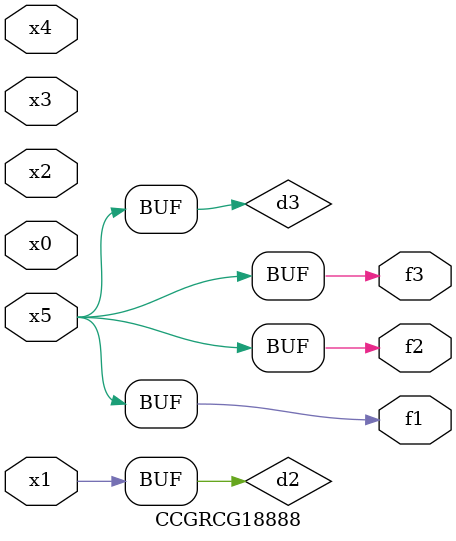
<source format=v>
module CCGRCG18888(
	input x0, x1, x2, x3, x4, x5,
	output f1, f2, f3
);

	wire d1, d2, d3;

	not (d1, x5);
	or (d2, x1);
	xnor (d3, d1);
	assign f1 = d3;
	assign f2 = d3;
	assign f3 = d3;
endmodule

</source>
